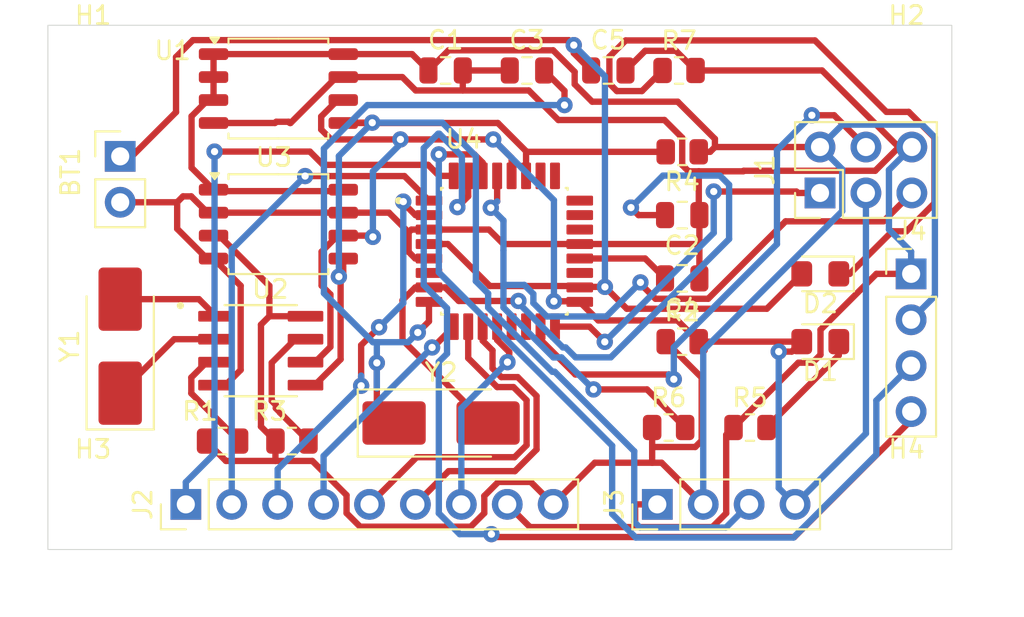
<source format=kicad_pcb>
(kicad_pcb (version 20241229) (generator "pcbnew") (generator_version "9.0")
  (title_block (title "${project_name}") (date "2025-08-07") (rev "1") (company "Motion Labs") (comment 1 "2-Layer PCB Version"))
  (layers (0 "F.Cu" mixed) (2 "B.Cu" mixed) (13 "F.Paste" user) (15 "B.Paste" user) (5 "F.SilkS" user "F.Silkscreen") (7 "B.SilkS" user "B.Silkscreen") (1 "F.Mask" user) (3 "B.Mask" user) (25 "Edge.Cuts" user))
  (property "project_name" "MCU Datalogger with memory and clock")
  (net 0 "")
  (net 1 "Net-(BT1-+)")
  (net 2 "GND")
  (net 3 "/Vcc")
  (net 4 "Net-(U4-PB6)")
  (net 5 "Net-(U4-PB7)")
  (net 6 "Net-(U4-AREF)")
  (net 7 "Net-(D1-K)")
  (net 8 "/SCK")
  (net 9 "Net-(D2-K)")
  (net 10 "/RESET")
  (net 11 "/MISO")
  (net 12 "/MOSI")
  (net 13 "/D3")
  (net 14 "/D4")
  (net 15 "/D6")
  (net 16 "/D8")
  (net 17 "/D5")
  (net 18 "/D7")
  (net 19 "/D2")
  (net 20 "/SDA")
  (net 21 "/TX")
  (net 22 "/RX")
  (net 23 "Net-(U2-~{INTA})")
  (net 24 "Net-(U2-SQW{slash}~INT)")
  (net 25 "Net-(U2-X2)")
  (net 26 "Net-(U2-X1)")
  (footprint "MountingHole:MountingHole_2.1mm" (layer "F.Cu") (at 64.5 104.5)
    (property "Reference" "H3")
    (property "Value" "MountingHole")
  )
  (footprint "Connector_PinHeader_2.54mm:PinHeader_1x09_P2.54mm_Vertical" (layer "F.Cu") (at 69.63 104.5 90)
    (property "Reference" "J2")
    (property "Value" "Conn_01x09_Pin")
  )
  (footprint "Capacitor_SMD:C_0805_2012Metric" (layer "F.Cu") (at 93 80.5)
    (property "Reference" "C5")
    (property "Value" "100mF")
  )
  (footprint "Package_SO:SOIC-8_5.3x5.3mm_P1.27mm" (layer "F.Cu") (at 74.75 81.5)
    (property "Reference" "U1")
    (property "Value" "24LC1025")
  )
  (footprint "Connector_PinHeader_2.54mm:PinHeader_1x02_P2.54mm_Vertical" (layer "F.Cu") (at 66 85.25)
    (property "Reference" "BT1")
    (property "Value" "Battery")
  )
  (footprint "LED_SMD:LED_0805_2012Metric_Pad1.15x1.40mm_HandSolder" (layer "F.Cu") (at 104.725 95.5 180)
    (property "Reference" "D1")
    (property "Value" "LED")
  )
  (footprint "Resistor_SMD:R_0805_2012Metric" (layer "F.Cu") (at 75.5 101)
    (property "Reference" "R3")
    (property "Value" "15 K")
  )
  (footprint "Resistor_SMD:R_0805_2012Metric" (layer "F.Cu") (at 97.0875 95.5)
    (property "Reference" "R2")
    (property "Value" "4.7K")
  )
  (footprint "Resistor_SMD:R_0805_2012Metric" (layer "F.Cu") (at 96.3375 100.25)
    (property "Reference" "R6")
    (property "Value" "10K")
  )
  (footprint "MountingHole:MountingHole_2.1mm" (layer "F.Cu") (at 109.5 80.5)
    (property "Reference" "H2")
    (property "Value" "MountingHole")
  )
  (footprint "Resistor_SMD:R_0805_2012Metric" (layer "F.Cu") (at 97.0875 85 180)
    (property "Reference" "R4")
    (property "Value" "4.7K")
  )
  (footprint "Capacitor_SMD:C_0805_2012Metric" (layer "F.Cu") (at 97.0875 88.5 180)
    (property "Reference" "C2")
    (property "Value" "22pF")
  )
  (footprint "Package_SO:SOIC-8_5.3x5.3mm_P1.27mm" (layer "F.Cu") (at 74.75 89)
    (property "Reference" "U3")
    (property "Value" "24LC1025")
  )
  (footprint "Footprints:SOIC127P600X175-8N" (layer "F.Cu") (at 73.775 96)
    (property "Reference" "U2")
    (property "Value" "DS1337S_")
  )
  (footprint "Crystal:Crystal_SMD_5032-2Pin_5.0x3.2mm_HandSoldering" (layer "F.Cu") (at 66 95.75 90)
    (property "Reference" "Y1")
    (property "Value" "32.768 KHZ")
  )
  (footprint "LED_SMD:LED_0805_2012Metric_Pad1.15x1.40mm_HandSolder" (layer "F.Cu") (at 104.725 91.75 180)
    (property "Reference" "D2")
    (property "Value" "LED")
  )
  (footprint "Capacitor_SMD:C_0805_2012Metric" (layer "F.Cu") (at 88.5 80.5)
    (property "Reference" "C3")
    (property "Value" "22pF")
  )
  (footprint "Resistor_SMD:R_0805_2012Metric" (layer "F.Cu") (at 96.9125 80.5)
    (property "Reference" "R7")
    (property "Value" "330")
  )
  (footprint "Footprints:QFP80P900X900X120-32N" (layer "F.Cu") (at 87.25 90.5)
    (property "Reference" "U4")
    (property "Value" "ATMEGA328P-AU")
  )
  (footprint "Capacitor_SMD:C_0805_2012Metric" (layer "F.Cu") (at 97.0875 92 180)
    (property "Reference" "C4")
    (property "Value" "0.1 µF")
  )
  (footprint "Connector_PinHeader_2.54mm:PinHeader_1x04_P2.54mm_Vertical" (layer "F.Cu") (at 109.75 91.75)
    (property "Reference" "J4")
    (property "Value" "Conn_01x04_Pin")
  )
  (footprint "Connector_PinHeader_2.54mm:PinHeader_1x04_P2.54mm_Vertical" (layer "F.Cu") (at 95.71 104.5 90)
    (property "Reference" "J3")
    (property "Value" "Conn_01x04_Pin")
  )
  (footprint "Resistor_SMD:R_0805_2012Metric" (layer "F.Cu") (at 71.6625 101)
    (property "Reference" "R1")
    (property "Value" "10 K")
  )
  (footprint "Connector_PinHeader_2.54mm:PinHeader_2x03_P2.54mm_Vertical" (layer "F.Cu") (at 104.71 87.275 90)
    (property "Reference" "J1")
    (property "Value" "Conn_02x03_Odd_Even")
  )
  (footprint "MountingHole:MountingHole_2.1mm" (layer "F.Cu") (at 64.5 80.5)
    (property "Reference" "H1")
    (property "Value" "MountingHole")
  )
  (footprint "Capacitor_SMD:C_0805_2012Metric" (layer "F.Cu") (at 84 80.5)
    (property "Reference" "C1")
    (property "Value" "0.1 µF")
  )
  (footprint "Resistor_SMD:R_0805_2012Metric" (layer "F.Cu") (at 100.8375 100.25)
    (property "Reference" "R5")
    (property "Value" "330")
  )
  (footprint "Crystal:Crystal_SMD_5032-2Pin_5.0x3.2mm_HandSoldering" (layer "F.Cu") (at 83.75 100)
    (property "Reference" "Y2")
    (property "Value" "16 Mhz")
  )
  (footprint "MountingHole:MountingHole_2.1mm" (layer "F.Cu") (at 109.5 104.5)
    (property "Reference" "H4")
    (property "Value" "MountingHole")
  )
  (gr_rect (start 62 78) (end 112 107) (stroke (width 0.05)) (fill no) (layer "Edge.Cuts"))
  (segment (start 86.4471 92.4227) (end 84.1244 90.1) (width 0.35) (layer "F.Cu") (net 1))
  (segment (start 69.088 82.804) (end 66.642 85.25) (width 0.35) (layer "F.Cu") (net 1))
  (segment (start 70.0231 78.8209) (end 69.088 79.756) (width 0.35) (layer "F.Cu") (net 1))
  (segment (start 69.088 79.756) (end 69.088 82.804) (width 0.35) (layer "F.Cu") (net 1))
  (segment (start 90.8129 78.8209) (end 70.0231 78.8209) (width 0.35) (layer "F.Cu") (net 1))
  (segment (start 91.4493 92.4707) (end 91.42 92.5) (width 0.35) (layer "F.Cu") (net 1))
  (segment (start 92.8124 92.4707) (end 91.4493 92.4707) (width 0.35) (layer "F.Cu") (net 1))
  (segment (start 103.7 91.75) (end 101.7701 93.6799) (width 0.35) (layer "F.Cu") (net 1))
  (segment (start 92.05 80.5) (end 91.0896 79.5396) (width 0.35) (layer "F.Cu") (net 1))
  (segment (start 91.42 92.5) (end 91.3427 92.4227) (width 0.35) (layer "F.Cu") (net 1))
  (segment (start 84.1244 90.1) (end 83.08 90.1) (width 0.35) (layer "F.Cu") (net 1))
  (segment (start 101.7701 93.6799) (end 94.0216 93.6799) (width 0.35) (layer "F.Cu") (net 1))
  (segment (start 91.0896 79.0976) (end 90.8129 78.8209) (width 0.35) (layer "F.Cu") (net 1))
  (segment (start 94.0216 93.6799) (end 92.8124 92.4707) (width 0.35) (layer "F.Cu") (net 1))
  (segment (start 66.642 85.25) (end 66 85.25) (width 0.35) (layer "F.Cu") (net 1))
  (segment (start 91.3427 92.4227) (end 86.4471 92.4227) (width 0.35) (layer "F.Cu") (net 1))
  (segment (start 91.0896 79.5396) (end 91.0896 79.0976) (width 0.35) (layer "F.Cu") (net 1))
  (via (at 92.8124 92.4707) (size 0.9) (drill 0.4) (layers "F.Cu" "B.Cu") (net 1))
  (via (at 91.0896 79.0976) (size 0.9) (drill 0.4) (layers "F.Cu" "B.Cu") (net 1))
  (segment (start 92.8124 80.8204) (end 92.8124 92.4707) (width 0.35) (layer "B.Cu") (net 1))
  (segment (start 91.0896 79.0976) (end 92.8124 80.8204) (width 0.35) (layer "B.Cu") (net 1))
  (segment (start 98.0375 92) (end 98.0375 90.1) (width 0.35) (layer "F.Cu") (net 2))
  (segment (start 99.925 100.25) (end 99.52 100.655) (width 0.35) (layer "F.Cu") (net 2))
  (segment (start 88.6664 105.7564) (end 87.41 104.5) (width 0.35) (layer "F.Cu") (net 2))
  (segment (start 75.3159 83.3366) (end 74.6312 83.3366) (width 0.35) (layer "F.Cu") (net 2))
  (segment (start 98.0375 90.1) (end 98.0375 88.5) (width 0.35) (layer "F.Cu") (net 2))
  (segment (start 88.5995 81.6057) (end 90.2338 83.24) (width 0.35) (layer "F.Cu") (net 2))
  (segment (start 77.9642 80.865) (end 75.4242 83.405) (width 0.35) (layer "F.Cu") (net 2))
  (segment (start 81.9547 89.4535) (end 81.9547 90.5342) (width 0.35) (layer "F.Cu") (net 2))
  (segment (start 78.3375 80.865) (end 81.6046 80.865) (width 0.35) (layer "F.Cu") (net 2))
  (segment (start 100.4598 86.0777) (end 100.4892 86.0483) (width 0.35) (layer "F.Cu") (net 2))
  (segment (start 93.95 80.5) (end 95.0379 79.4121) (width 0.35) (layer "F.Cu") (net 2))
  (segment (start 104.7366 94.8421) (end 107.8287 91.75) (width 0.35) (layer "F.Cu") (net 2))
  (segment (start 84.95 80.5) (end 87.55 80.5) (width 0.35) (layer "F.Cu") (net 2))
  (segment (start 72.6635 97.0654) (end 72.6635 92.406) (width 0.35) (layer "F.Cu") (net 2))
  (segment (start 104.8243 80.5) (end 109.0678 84.7435) (width 0.35) (layer "F.Cu") (net 2))
  (segment (start 109.4332 84.3781) (end 109.0678 84.7435) (width 0.35) (layer "F.Cu") (net 2))
  (segment (start 78.3375 80.865) (end 77.9642 80.865) (width 0.35) (layer "F.Cu") (net 2))
  (segment (start 109.79 84.735) (end 109.4332 84.3781) (width 0.35) (layer "F.Cu") (net 2))
  (segment (start 72.6635 92.406) (end 71.1625 90.905) (width 0.35) (layer "F.Cu") (net 2))
  (segment (start 69.1509 89.2569) (end 70.799 90.905) (width 0.35) (layer "F.Cu") (net 2))
  (segment (start 86.3963 89.3) (end 87.1963 90.1) (width 0.35) (layer "F.Cu") (net 2))
  (segment (start 100.4892 86.0483) (end 107.763 86.0483) (width 0.35) (layer "F.Cu") (net 2))
  (segment (start 104.7366 96.2236) (end 104.7366 94.8421) (width 0.35) (layer "F.Cu") (net 2))
  (segment (start 82.1082 89.3) (end 83.08 89.3) (width 0.35) (layer "F.Cu") (net 2))
  (segment (start 98.0045 86.0777) (end 98.0045 88.467) (width 0.35) (layer "F.Cu") (net 2))
  (segment (start 82.3205 90.9) (end 83.08 90.9) (width 0.35) (layer "F.Cu") (net 2))
  (segment (start 80.8662 88.365) (end 78.3375 88.365) (width 0.35) (layer "F.Cu") (net 2))
  (segment (start 107.763 86.0483) (end 109.0678 84.7435) (width 0.35) (layer "F.Cu") (net 2))
  (segment (start 71.1625 88.365) (end 70.8326 88.365) (width 0.35) (layer "F.Cu") (net 2))
  (segment (start 84.95 81.6057) (end 88.5995 81.6057) (width 0.35) (layer "F.Cu") (net 2))
  (segment (start 69.1509 87.7867) (end 69.1509 87.79) (width 0.35) (layer "F.Cu") (net 2))
  (segment (start 74.5628 83.405) (end 71.1625 83.405) (width 0.35) (layer "F.Cu") (net 2))
  (segment (start 75.4242 83.405) (end 75.3843 83.405) (width 0.35) (layer "F.Cu") (net 2))
  (segment (start 69.4741 87.4635) (end 69.1509 87.7867) (width 0.35) (layer "F.Cu") (net 2))
  (segment (start 96.7371 79.4121) (end 97.825 80.5) (width 0.35) (layer "F.Cu") (net 2))
  (segment (start 70.799 90.905) (end 71.1625 90.905) (width 0.35) (layer "F.Cu") (net 2))
  (segment (start 97.0875 84.2228) (end 97.0875 85.7287) (width 0.35) (layer "F.Cu") (net 2))
  (segment (start 98.0045 88.467) (end 98.0375 88.5) (width 0.35) (layer "F.Cu") (net 2))
  (segment (start 107.8287 91.75) (end 109.75 91.75) (width 0.35) (layer "F.Cu") (net 2))
  (segment (start 96.1047 83.24) (end 97.0875 84.2228) (width 0.35) (layer "F.Cu") (net 2))
  (segment (start 94.4833 105.7564) (end 88.6664 105.7564) (width 0.35) (layer "F.Cu") (net 2))
  (segment (start 71.1625 88.365) (end 78.3375 88.365) (width 0.35) (layer "F.Cu") (net 2))
  (segment (start 81.9547 89.4535) (end 80.8662 88.365) (width 0.35) (layer "F.Cu") (net 2))
  (segment (start 104.2951 96.6651) (end 104.7366 96.2236) (width 0.35) (layer "F.Cu") (net 2))
  (segment (start 81.9547 90.5342) (end 82.3205 90.9) (width 0.35) (layer "F.Cu") (net 2))
  (segment (start 84.95 80.5) (end 84.95 81.6057) (width 0.35) (layer "F.Cu") (net 2))
  (segment (start 74.6312 83.3366) (end 74.5628 83.405) (width 0.35) (layer "F.Cu") (net 2))
  (segment (start 97.4365 86.0777) (end 98.0045 86.0777) (width 0.35) (layer "F.Cu") (net 2))
  (segment (start 69.9311 87.4635) (end 69.4741 87.4635) (width 0.35) (layer "F.Cu") (net 2))
  (segment (start 81.6046 80.865) (end 82.3453 81.6057) (width 0.35) (layer "F.Cu") (net 2))
  (segment (start 98.0045 86.0777) (end 100.4598 86.0777) (width 0.35) (layer "F.Cu") (net 2))
  (segment (start 87.1963 90.1) (end 91.42 90.1) (width 0.35) (layer "F.Cu") (net 2))
  (segment (start 97.0875 85.7287) (end 97.4365 86.0777) (width 0.35) (layer "F.Cu") (net 2))
  (segment (start 99.52 104.9911) (end 98.7547 105.7564) (width 0.35) (layer "F.Cu") (net 2))
  (segment (start 75.3843 83.405) (end 75.3159 83.3366) (width 0.35) (layer "F.Cu") (net 2))
  (segment (start 69.1509 87.79) (end 66 87.79) (width 0.35) (layer "F.Cu") (net 2))
  (segment (start 90.2338 83.24) (end 96.1047 83.24) (width 0.35) (layer "F.Cu") (net 2))
  (segment (start 71.3 97.905) (end 71.8239 97.905) (width 0.35) (layer "F.Cu") (net 2))
  (segment (start 83.08 89.3) (end 86.3963 89.3) (width 0.35) (layer "F.Cu") (net 2))
  (segment (start 98.7547 105.7564) (end 94.4833 105.7564) (width 0.35) (layer "F.Cu") (net 2))
  (segment (start 99.52 100.655) (end 99.52 104.9911) (width 0.35) (layer "F.Cu") (net 2))
  (segment (start 95.71 104.5) (end 94.4833 104.5) (width 0.35) (layer "F.Cu") (net 2))
  (segment (start 94.4833 104.5) (end 94.4833 105.7564) (width 0.35) (layer "F.Cu") (net 2))
  (segment (start 81.9547 89.4535) (end 82.1082 89.3) (width 0.35) (layer "F.Cu") (net 2))
  (segment (start 91.42 90.1) (end 98.0375 90.1) (width 0.35) (layer "F.Cu") (net 2))
  (segment (start 69.1509 87.79) (end 69.1509 89.2569) (width 0.35) (layer "F.Cu") (net 2))
  (segment (start 97.825 80.5) (end 104.8243 80.5) (width 0.35) (layer "F.Cu") (net 2))
  (segment (start 71.8239 97.905) (end 72.6635 97.0654) (width 0.35) (layer "F.Cu") (net 2))
  (segment (start 103.5099 96.6651) (end 104.2951 96.6651) (width 0.35) (layer "F.Cu") (net 2))
  (segment (start 99.925 100.25) (end 103.5099 96.6651) (width 0.35) (layer "F.Cu") (net 2))
  (segment (start 70.8326 88.365) (end 69.9311 87.4635) (width 0.35) (layer "F.Cu") (net 2))
  (segment (start 95.0379 79.4121) (end 96.7371 79.4121) (width 0.35) (layer "F.Cu") (net 2))
  (segment (start 82.3453 81.6057) (end 84.95 81.6057) (width 0.35) (layer "F.Cu") (net 2))
  (segment (start 109.79 84.735) (end 108.5233 86.0017) (width 0.35) (layer "B.Cu") (net 2))
  (segment (start 108.5233 89.2966) (end 109.75 90.5233) (width 0.35) (layer "B.Cu") (net 2))
  (segment (start 109.75 91.75) (end 109.75 90.5233) (width 0.35) (layer "B.Cu") (net 2))
  (segment (start 108.5233 86.0017) (end 108.5233 89.2966) (width 0.35) (layer "B.Cu") (net 2))
  (segment (start 70.845 82.135) (end 69.9471 83.0329) (width 0.35) (layer "F.Cu") (net 3))
  (segment (start 71.1625 82.135) (end 70.845 82.135) (width 0.35) (layer "F.Cu") (net 3))
  (segment (start 95.425 101.3277) (end 95.425 102.1976) (width 0.35) (layer "F.Cu") (net 3))
  (segment (start 95.425 102.1976) (end 95.9476 102.1976) (width 0.35) (layer "F.Cu") (net 3))
  (segment (start 71.8487 102.0987) (end 74.5875 102.0987) (width 0.35) (layer "F.Cu") (net 3))
  (segment (start 91.1382 81.2589) (end 91.1382 80.5756) (width 0.35) (layer "F.Cu") (net 3))
  (segment (start 78.52 104.9866) (end 78.52 103.9901) (width 0.35) (layer "F.Cu") (net 3))
  (segment (start 74.2526 94.095) (end 73.7868 94.5608) (width 0.35) (layer "F.Cu") (net 3))
  (segment (start 98 85) (end 98.6321 85) (width 0.35) (layer "F.Cu") (net 3))
  (segment (start 76.25 94.095) (end 74.2526 94.095) (width 0.35) (layer "F.Cu") (net 3))
  (segment (start 78.52 103.9901) (end 76.6286 102.0987) (width 0.35) (layer "F.Cu") (net 3))
  (segment (start 92.2524 102.1976) (end 95.425 102.1976) (width 0.35) (layer "F.Cu") (net 3))
  (segment (start 86.14 104.0336) (end 86.14 104.9851) (width 0.35) (layer "F.Cu") (net 3))
  (segment (start 82.145 79.595) (end 83.05 80.5) (width 0.35) (layer "F.Cu") (net 3))
  (segment (start 96.175 95.5) (end 98.1629 97.4879) (width 0.35) (layer "F.Cu") (net 3))
  (segment (start 97.8078 101.3277) (end 95.425 101.3277) (width 0.35) (layer "F.Cu") (net 3))
  (segment (start 96.8389 82.227) (end 92.1063 82.227) (width 0.35) (layer "F.Cu") (net 3))
  (segment (start 71.1625 87.095) (end 71.2408 87.1733) (width 0.35) (layer "F.Cu") (net 3))
  (segment (start 89.95 104.5) (end 92.2524 102.1976) (width 0.35) (layer "F.Cu") (net 3))
  (segment (start 71.2408 87.1733) (end 78.2592 87.1733) (width 0.35) (layer "F.Cu") (net 3))
  (segment (start 74.5875 102.0987) (end 74.5875 101) (width 0.35) (layer "F.Cu") (net 3))
  (segment (start 78.3375 79.595) (end 82.145 79.595) (width 0.35) (layer "F.Cu") (net 3))
  (segment (start 74.2526 94.095) (end 74.2526 92.4114) (width 0.35) (layer "F.Cu") (net 3))
  (segment (start 98.1629 97.4879) (end 98.1629 100.9726) (width 0.35) (layer "F.Cu") (net 3))
  (segment (start 78.2592 87.1733) (end 78.3375 87.095) (width 0.35) (layer "F.Cu") (net 3))
  (segment (start 76.6286 102.0987) (end 74.5875 102.0987) (width 0.35) (layer "F.Cu") (net 3))
  (segment (start 69.9471 85.8796) (end 71.1625 87.095) (width 0.35) (layer "F.Cu") (net 3))
  (segment (start 74.2526 92.4114) (end 71.4762 89.635) (width 0.35) (layer "F.Cu") (net 3))
  (segment (start 98.8971 84.735) (end 98.8971 84.2852) (width 0.35) (layer "F.Cu") (net 3))
  (segment (start 88.7093 103.2593) (end 86.9143 103.2593) (width 0.35) (layer "F.Cu") (net 3))
  (segment (start 78.3375 79.595) (end 71.1625 79.595) (width 0.35) (layer "F.Cu") (net 3))
  (segment (start 98.6321 85) (end 98.8971 84.735) (width 0.35) (layer "F.Cu") (net 3))
  (segment (start 84.1651 79.3849) (end 83.05 80.5) (width 0.35) (layer "F.Cu") (net 3))
  (segment (start 104.71 84.735) (end 98.8971 84.735) (width 0.35) (layer "F.Cu") (net 3))
  (segment (start 85.3886 105.7365) (end 79.2699 105.7365) (width 0.35) (layer "F.Cu") (net 3))
  (segment (start 71.1625 80.865) (end 71.1625 82.135) (width 0.35) (layer "F.Cu") (net 3))
  (segment (start 95.425 100.25) (end 95.425 101.3277) (width 0.35) (layer "F.Cu") (net 3))
  (segment (start 92.1063 82.227) (end 91.1382 81.2589) (width 0.35) (layer "F.Cu") (net 3))
  (segment (start 73.7868 94.5608) (end 73.7868 100.1993) (width 0.35) (layer "F.Cu") (net 3))
  (segment (start 98.8971 84.2852) (end 96.8389 82.227) (width 0.35) (layer "F.Cu") (net 3))
  (segment (start 98.1629 100.9726) (end 97.8078 101.3277) (width 0.35) (layer "F.Cu") (net 3))
  (segment (start 89.9475 79.3849) (end 84.1651 79.3849) (width 0.35) (layer "F.Cu") (net 3))
  (segment (start 89.95 104.5) (end 88.7093 103.2593) (width 0.35) (layer "F.Cu") (net 3))
  (segment (start 86.9143 103.2593) (end 86.14 104.0336) (width 0.35) (layer "F.Cu") (net 3))
  (segment (start 70.75 101) (end 71.8487 102.0987) (width 0.35) (layer "F.Cu") (net 3))
  (segment (start 69.9471 83.0329) (end 69.9471 85.8796) (width 0.35) (layer "F.Cu") (net 3))
  (segment (start 86.14 104.9851) (end 85.3886 105.7365) (width 0.35) (layer "F.Cu") (net 3))
  (segment (start 79.2699 105.7365) (end 78.52 104.9866) (width 0.35) (layer "F.Cu") (net 3))
  (segment (start 71.4762 89.635) (end 71.1625 89.635) (width 0.35) (layer "F.Cu") (net 3))
  (segment (start 73.7868 100.1993) (end 74.5875 101) (width 0.35) (layer "F.Cu") (net 3))
  (segment (start 95.9476 102.1976) (end 98.25 104.5) (width 0.35) (layer "F.Cu") (net 3))
  (segment (start 71.1625 79.595) (end 71.1625 80.865) (width 0.35) (layer "F.Cu") (net 3))
  (segment (start 91.1382 80.5756) (end 89.9475 79.3849) (width 0.35) (layer "F.Cu") (net 3))
  (segment (start 104.71 84.735) (end 105.9491 83.4959) (width 0.35) (layer "B.Cu") (net 3))
  (segment (start 105.9491 83.4959) (end 110.3606 83.4959) (width 0.35) (layer "B.Cu") (net 3))
  (segment (start 110.3606 83.4959) (end 111.0643 84.1996) (width 0.35) (layer "B.Cu") (net 3))
  (segment (start 111.0643 92.9757) (end 109.75 94.29) (width 0.35) (layer "B.Cu") (net 3))
  (segment (start 105.9367 85.9617) (end 104.71 84.735) (width 0.35) (layer "B.Cu") (net 3))
  (segment (start 98.25 95.9678) (end 105.9367 88.2811) (width 0.35) (layer "B.Cu") (net 3))
  (segment (start 105.9367 88.2811) (end 105.9367 85.9617) (width 0.35) (layer "B.Cu") (net 3))
  (segment (start 111.0643 84.1996) (end 111.0643 92.9757) (width 0.35) (layer "B.Cu") (net 3))
  (segment (start 98.25 104.5) (end 98.25 95.9678) (width 0.35) (layer "B.Cu") (net 3))
  (segment (start 94.6677 88.5) (end 94.253 88.0853) (width 0.35) (layer "F.Cu") (net 4))
  (segment (start 83.9758 92.5) (end 84.7252 93.2494) (width 0.35) (layer "F.Cu") (net 4))
  (segment (start 96.1375 88.5) (end 94.6677 88.5) (width 0.35) (layer "F.Cu") (net 4))
  (segment (start 86.2092 100) (end 81.615 95.4058) (width 0.35) (layer "F.Cu") (net 4))
  (segment (start 81.615 93.2089) (end 82.3239 92.5) (width 0.35) (layer "F.Cu") (net 4))
  (segment (start 86.35 100) (end 86.2092 100) (width 0.35) (layer "F.Cu") (net 4))
  (segment (start 84.7252 93.2494) (end 88.0276 93.2494) (width 0.35) (layer "F.Cu") (net 4))
  (segment (start 82.3239 92.5) (end 83.08 92.5) (width 0.35) (layer "F.Cu") (net 4))
  (segment (start 81.615 95.4058) (end 81.615 93.2089) (width 0.35) (layer "F.Cu") (net 4))
  (segment (start 83.08 92.5) (end 83.9758 92.5) (width 0.35) (layer "F.Cu") (net 4))
  (via (at 88.0276 93.2494) (size 0.9) (drill 0.4) (layers "F.Cu" "B.Cu") (net 4))
  (via (at 94.253 88.0853) (size 0.9) (drill 0.4) (layers "F.Cu" "B.Cu") (net 4))
  (segment (start 90.4883 95.8209) (end 88.0276 93.3602) (width 0.35) (layer "B.Cu") (net 4))
  (segment (start 99.6806 86.8222) (end 99.6806 89.8224) (width 0.35) (layer "B.Cu") (net 4))
  (segment (start 99.1737 86.3153) (end 99.6806 86.8222) (width 0.35) (layer "B.Cu") (net 4))
  (segment (start 99.6806 89.8224) (end 93.1356 96.3674) (width 0.35) (layer "B.Cu") (net 4))
  (segment (start 88.0276 93.3602) (end 88.0276 93.2494) (width 0.35) (layer "B.Cu") (net 4))
  (segment (start 91.1861 96.3674) (end 90.6396 95.8209) (width 0.35) (layer "B.Cu") (net 4))
  (segment (start 93.1356 96.3674) (end 91.1861 96.3674) (width 0.35) (layer "B.Cu") (net 4))
  (segment (start 90.6396 95.8209) (end 90.4883 95.8209) (width 0.35) (layer "B.Cu") (net 4))
  (segment (start 94.253 88.0853) (end 96.023 86.3153) (width 0.35) (layer "B.Cu") (net 4))
  (segment (start 96.023 86.3153) (end 99.1737 86.3153) (width 0.35) (layer "B.Cu") (net 4))
  (segment (start 80.1958 96.6728) (end 80.1958 98.0818) (width 0.35) (layer "F.Cu") (net 5))
  (segment (start 80.1958 98.0818) (end 80.1958 96.6728) (width 0.35) (layer "F.Cu") (net 5))
  (segment (start 80.1958 99.0458) (end 81.15 100) (width 0.35) (layer "F.Cu") (net 5))
  (segment (start 80.1958 96.6728) (end 80.1958 99.0458) (width 0.35) (layer "F.Cu") (net 5))
  (segment (start 83.08 94.376) (end 83.08 93.3) (width 0.35) (layer "F.Cu") (net 5))
  (segment (start 82.7459 94.7101) (end 82.4609 94.9951) (width 0.35) (layer "F.Cu") (net 5))
  (segment (start 89.45 80.5) (end 90.5761 81.6261) (width 0.35) (layer "F.Cu") (net 5))
  (segment (start 82.4609 94.9951) (end 83.08 94.376) (width 0.35) (layer "F.Cu") (net 5))
  (segment (start 90.5761 81.6261) (end 90.5761 82.4133) (width 0.35) (layer "F.Cu") (net 5))
  (segment (start 82.4609 94.9951) (end 82.7459 94.7101) (width 0.35) (layer "F.Cu") (net 5))
  (via (at 80.1958 96.6728) (size 0.9) (drill 0.4) (layers "F.Cu" "B.Cu") (net 5))
  (via (at 82.4609 94.9951) (size 0.9) (drill 0.4) (layers "F.Cu" "B.Cu") (net 5))
  (via (at 90.5761 82.4133) (size 0.9) (drill 0.4) (layers "F.Cu" "B.Cu") (net 5))
  (segment (start 80.1958 98.0818) (end 80.1958 96.6728) (width 0.35) (layer "B.Cu") (net 5))
  (segment (start 82.4609 94.9951) (end 82.7459 94.7101) (width 0.35) (layer "B.Cu") (net 5))
  (segment (start 82.7459 94.7101) (end 82.4609 94.9951) (width 0.35) (layer "B.Cu") (net 5))
  (segment (start 79.9773 95.5295) (end 80.1958 95.5295) (width 0.35) (layer "B.Cu") (net 5))
  (segment (start 77.2701 84.8192) (end 77.2701 92.8223) (width 0.35) (layer "B.Cu") (net 5))
  (segment (start 80.1958 96.6728) (end 80.1958 95.5295) (width 0.35) (layer "B.Cu") (net 5))
  (segment (start 81.9265 95.5295) (end 82.4609 94.9951) (width 0.35) (layer "B.Cu") (net 5))
  (segment (start 90.5761 82.4133) (end 79.676 82.4133) (width 0.35) (layer "B.Cu") (net 5))
  (segment (start 79.676 82.4133) (end 77.2701 84.8192) (width 0.35) (layer "B.Cu") (net 5))
  (segment (start 80.1958 96.6728) (end 80.1958 98.0818) (width 0.35) (layer "B.Cu") (net 5))
  (segment (start 80.1958 95.5295) (end 81.9265 95.5295) (width 0.35) (layer "B.Cu") (net 5))
  (segment (start 77.2701 92.8223) (end 79.9773 95.5295) (width 0.35) (layer "B.Cu") (net 5))
  (segment (start 95.0375 90.9) (end 91.42 90.9) (width 0.35) (layer "F.Cu") (net 6))
  (segment (start 96.1375 92) (end 95.0375 90.9) (width 0.35) (layer "F.Cu") (net 6))
  (segment (start 101.75 100.25) (end 105.75 96.25) (width 0.35) (layer "F.Cu") (net 7))
  (segment (start 105.75 96.25) (end 105.75 95.5) (width 0.35) (layer "F.Cu") (net 7))
  (segment (start 96.8269 94.3269) (end 92.4469 94.3269) (width 0.35) (layer "F.Cu") (net 8))
  (segment (start 77.1175 83.0466) (end 78.0291 82.135) (width 0.35) (layer "F.Cu") (net 8))
  (segment (start 89.992 93.2664) (end 89.9919 93.2664) (width 0.35) (layer "F.Cu") (net 8))
  (segment (start 103.7 95.5) (end 98 95.5) (width 0.35) (layer "F.Cu") (net 8))
  (segment (start 87.65 85.3339) (end 86.6328 84.3167) (width 0.35) (layer "F.Cu") (net 8))
  (segment (start 78.0291 82.135) (end 78.3375 82.135) (width 0.35) (layer "F.Cu") (net 8))
  (segment (start 78.0287 89.635) (end 78.3375 89.635) (width 0.35) (layer "F.Cu") (net 8))
  (segment (start 86.6328 84.3167) (end 86.6306 84.3145) (width 0.35) (layer "F.Cu") (net 8))
  (segment (start 77.6288 95.7871) (end 77.6288 92.8877) (width 0.35) (layer "F.Cu") (net 8))
  (segment (start 76.7809 96.635) (end 77.6288 95.7871) (width 0.35) (layer "F.Cu") (net 8))
  (segment (start 89.9919 93.2664) (end 89.992 93.2664) (width 0.35) (layer "F.Cu") (net 8))
  (segment (start 92.4469 94.3269) (end 91.42 93.3) (width 0.35) (layer "F.Cu") (net 8))
  (segment (start 77.1175 83.7655) (end 77.1175 83.0466) (width 0.35) (layer "F.Cu") (net 8))
  (segment (start 78.3375 89.635) (end 79.907 89.635) (width 0.35) (layer "F.Cu") (net 8))
  (segment (start 87.65 86.33) (end 87.65 85.3339) (width 0.35) (layer "F.Cu") (net 8))
  (segment (start 91.3864 93.2664) (end 91.42 93.3) (width 0.35) (layer "F.Cu") (net 8))
  (segment (start 76.25 96.635) (end 76.7809 96.635) (width 0.35) (layer "F.Cu") (net 8))
  (segment (start 98 95.5) (end 96.8269 94.3269) (width 0.35) (layer "F.Cu") (net 8))
  (segment (start 77.6288 92.8877) (end 77.1382 92.3971) (width 0.35) (layer "F.Cu") (net 8))
  (segment (start 103.1487 96.0513) (end 103.7 95.5) (width 0.35) (layer "F.Cu") (net 8))
  (segment (start 81.5009 84.5633) (end 81.5009 84.3145) (width 0.35) (layer "F.Cu") (net 8))
  (segment (start 77.1382 90.5255) (end 78.0287 89.635) (width 0.35) (layer "F.Cu") (net 8))
  (segment (start 81.5009 84.5633) (end 81.5009 84.3145) (width 0.35) (layer "F.Cu") (net 8))
  (segment (start 77.1382 92.3971) (end 77.1382 90.5255) (width 0.35) (layer "F.Cu") (net 8))
  (segment (start 89.992 93.2664) (end 91.3864 93.2664) (width 0.35) (layer "F.Cu") (net 8))
  (segment (start 79.9779 89.7059) (end 79.907 89.635) (width 0.35) (layer "F.Cu") (net 8))
  (segment (start 79.907 89.635) (end 79.9779 89.7059) (width 0.35) (layer "F.Cu") (net 8))
  (segment (start 81.5009 84.3145) (end 77.6665 84.3145) (width 0.35) (layer "F.Cu") (net 8))
  (segment (start 102.4266 96.0513) (end 103.1487 96.0513) (width 0.35) (layer "F.Cu") (net 8))
  (segment (start 77.6665 84.3145) (end 77.1175 83.7655) (width 0.35) (layer "F.Cu") (net 8))
  (segment (start 79.907 89.635) (end 79.9779 89.7059) (width 0.35) (layer "F.Cu") (net 8))
  (segment (start 86.6306 84.3145) (end 81.5009 84.3145) (width 0.35) (layer "F.Cu") (net 8))
  (via (at 81.5009 84.3145) (size 0.9) (drill 0.4) (layers "F.Cu" "B.Cu") (net 8))
  (via (at 102.4266 96.0513) (size 0.9) (drill 0.4) (layers "F.Cu" "B.Cu") (net 8))
  (via (at 86.6328 84.3167) (size 0.9) (drill 0.4) (layers "F.Cu" "B.Cu") (net 8))
  (via (at 89.992 93.2664) (size 0.9) (drill 0.4) (layers "F.Cu" "B.Cu") (net 8))
  (via (at 79.9779 89.7059) (size 0.9) (drill 0.4) (layers "F.Cu" "B.Cu") (net 8))
  (segment (start 79.9779 89.7059) (end 79.9779 86.0863) (width 0.35) (layer "B.Cu") (net 8))
  (segment (start 81.5009 84.5633) (end 81.5009 84.3145) (width 0.35) (layer "B.Cu") (net 8))
  (segment (start 103.33 104.5) (end 102.4266 103.5966) (width 0.35) (layer "B.Cu") (net 8))
  (segment (start 107.25 100.58) (end 107.25 87.275) (width 0.35) (layer "B.Cu") (net 8))
  (segment (start 89.9919 93.2664) (end 89.992 93.2664) (width 0.35) (layer "B.Cu") (net 8))
  (segment (start 89.9919 93.2664) (end 89.992 93.2664) (width 0.35) (layer "B.Cu") (net 8))
  (segment (start 79.9779 86.0863) (end 81.5009 84.5633) (width 0.35) (layer "B.Cu") (net 8))
  (segment (start 89.9919 87.6758) (end 89.9919 93.2664) (width 0.35) (layer "B.Cu") (net 8))
  (segment (start 103.33 104.5) (end 107.25 100.58) (width 0.35) (layer "B.Cu") (net 8))
  (segment (start 79.9779 89.7059) (end 79.907 89.635) (width 0.35) (layer "B.Cu") (net 8))
  (segment (start 102.4266 103.5966) (end 102.4266 96.0513) (width 0.35) (layer "B.Cu") (net 8))
  (segment (start 79.907 89.635) (end 79.9779 89.7059) (width 0.35) (layer "B.Cu") (net 8))
  (segment (start 86.6328 84.3167) (end 89.9919 87.6758) (width 0.35) (layer "B.Cu") (net 8))
  (segment (start 89.992 93.2664) (end 89.9919 93.2664) (width 0.35) (layer "B.Cu") (net 8))
  (segment (start 93.0592 79.7386) (end 93.0592 81.2249) (width 0.35) (layer "F.Cu") (net 9))
  (segment (start 108.7052 89.3951) (end 109.4881 89.3951) (width 0.35) (layer "F.Cu") (net 9))
  (segment (start 94.861 81.639) (end 96 80.5) (width 0.35) (layer "F.Cu") (net 9))
  (segment (start 104.43 78.8385) (end 93.9593 78.8385) (width 0.35) (layer "F.Cu") (net 9))
  (segment (start 93.9593 78.8385) (end 93.0592 79.7386) (width 0.35) (layer "F.Cu") (net 9))
  (segment (start 111.0363 87.8469) (end 111.0363 84.2106) (width 0.35) (layer "F.Cu") (net 9))
  (segment (start 105.75 91.75) (end 106.3503 91.75) (width 0.35) (layer "F.Cu") (net 9))
  (segment (start 109.6164 82.7907) (end 108.3822 82.7907) (width 0.35) (layer "F.Cu") (net 9))
  (segment (start 109.4881 89.3951) (end 111.0363 87.8469) (width 0.35) (layer "F.Cu") (net 9))
  (segment (start 111.0363 84.2106) (end 109.6164 82.7907) (width 0.35) (layer "F.Cu") (net 9))
  (segment (start 93.4733 81.639) (end 94.861 81.639) (width 0.35) (layer "F.Cu") (net 9))
  (segment (start 108.3822 82.7907) (end 104.43 78.8385) (width 0.35) (layer "F.Cu") (net 9))
  (segment (start 93.0592 81.2249) (end 93.4733 81.639) (width 0.35) (layer "F.Cu") (net 9))
  (segment (start 106.3503 91.75) (end 108.7052 89.3951) (width 0.35) (layer "F.Cu") (net 9))
  (segment (start 86.85 87.7444) (end 86.4993 88.0951) (width 0.35) (layer "F.Cu") (net 10))
  (segment (start 94.7774 92.2229) (end 94.7774 92.2972) (width 0.35) (layer "F.Cu") (net 10))
  (segment (start 95.6084 93.1282) (end 98.5219 93.1282) (width 0.35) (layer "F.Cu") (net 10))
  (segment (start 95.143 98.143) (end 92.1815 98.143) (width 0.35) (layer "F.Cu") (net 10))
  (segment (start 102.8052 88.8449) (end 108.2201 88.8449) (width 0.35) (layer "F.Cu") (net 10))
  (segment (start 94.7774 92.2972) (end 95.6084 93.1282) (width 0.35) (layer "F.Cu") (net 10))
  (segment (start 108.2201 88.8449) (end 109.79 87.275) (width 0.35) (layer "F.Cu") (net 10))
  (segment (start 86.4993 88.0951) (end 86.85 87.7444) (width 0.35) (layer "F.Cu") (net 10))
  (segment (start 97.25 100.25) (end 95.143 98.143) (width 0.35) (layer "F.Cu") (net 10))
  (segment (start 94.7774 92.2229) (end 94.7774 92.2972) (width 0.35) (layer "F.Cu") (net 10))
  (segment (start 94.7774 92.2972) (end 94.7774 92.2229) (width 0.35) (layer "F.Cu") (net 10))
  (segment (start 86.85 87.7444) (end 86.85 86.33) (width 0.35) (layer "F.Cu") (net 10))
  (segment (start 98.5219 93.1282) (end 102.8052 88.8449) (width 0.35) (layer "F.Cu") (net 10))
  (segment (start 86.4993 88.0951) (end 86.85 87.7444) (width 0.35) (layer "F.Cu") (net 10))
  (via (at 94.7774 92.2229) (size 0.9) (drill 0.4) (layers "F.Cu" "B.Cu") (net 10))
  (via (at 92.1815 98.143) (size 0.9) (drill 0.4) (layers "F.Cu" "B.Cu") (net 10))
  (via (at 86.4993 88.0951) (size 0.9) (drill 0.4) (layers "F.Cu" "B.Cu") (net 10))
  (segment (start 86.4993 88.0951) (end 86.85 87.7444) (width 0.35) (layer "B.Cu") (net 10))
  (segment (start 86.85 87.7444) (end 86.4993 88.0951) (width 0.35) (layer "B.Cu") (net 10))
  (segment (start 89.596 94.1065) (end 92.8938 94.1065) (width 0.35) (layer "B.Cu") (net 10))
  (segment (start 89.9621 96.3726) (end 87.1996 93.6101) (width 0.35) (layer "B.Cu") (net 10))
  (segment (start 87.1996 93.6101) (end 87.1996 92.3629) (width 0.35) (layer "B.Cu") (net 10))
  (segment (start 88.3534 92.3629) (end 88.8543 92.8638) (width 0.35) (layer "B.Cu") (net 10))
  (segment (start 87.1996 88.7954) (end 86.4993 88.0951) (width 0.35) (layer "B.Cu") (net 10))
  (segment (start 87.1996 88.8678) (end 87.1996 88.7954) (width 0.35) (layer "B.Cu") (net 10))
  (segment (start 87.1996 92.3629) (end 87.1996 90.4501) (width 0.35) (layer "B.Cu") (net 10))
  (segment (start 88.8543 93.3648) (end 89.596 94.1065) (width 0.35) (layer "B.Cu") (net 10))
  (segment (start 88.8543 92.8638) (end 88.8543 93.3648) (width 0.35) (layer "B.Cu") (net 10))
  (segment (start 87.1996 90.4501) (end 87.1996 88.8678) (width 0.35) (layer "B.Cu") (net 10))
  (segment (start 92.1815 98.143) (end 90.4111 96.3726) (width 0.35) (layer "B.Cu") (net 10))
  (segment (start 90.4111 96.3726) (end 89.9621 96.3726) (width 0.35) (layer "B.Cu") (net 10))
  (segment (start 92.8938 94.1065) (end 94.7774 92.2229) (width 0.35) (layer "B.Cu") (net 10))
  (segment (start 87.1996 92.3629) (end 88.3534 92.3629) (width 0.35) (layer "B.Cu") (net 10))
  (segment (start 104.71 87.275) (end 103.4833 87.275) (width 0.35) (layer "F.Cu") (net 11))
  (segment (start 92.8038 95.5117) (end 92.8039 95.5117) (width 0.35) (layer "F.Cu") (net 11))
  (segment (start 91.9621 94.67) (end 92.6414 95.3493) (width 0.35) (layer "F.Cu") (net 11))
  (segment (start 103.4833 87.275) (end 103.4039 87.1956) (width 0.35) (layer "F.Cu") (net 11))
  (segment (start 90.05 94.67) (end 91.9621 94.67) (width 0.35) (layer "F.Cu") (net 11))
  (segment (start 92.6414 95.3493) (end 92.8038 95.5117) (width 0.35) (layer "F.Cu") (net 11))
  (segment (start 103.4039 87.1956) (end 98.8312 87.1956) (width 0.35) (layer "F.Cu") (net 11))
  (via (at 92.8039 95.5117) (size 0.9) (drill 0.4) (layers "F.Cu" "B.Cu") (net 11))
  (via (at 98.8312 87.1956) (size 0.9) (drill 0.4) (layers "F.Cu" "B.Cu") (net 11))
  (segment (start 98.8312 89.4844) (end 92.8039 95.5117) (width 0.35) (layer "B.Cu") (net 11))
  (segment (start 98.8312 87.1956) (end 98.8312 89.4844) (width 0.35) (layer "B.Cu") (net 11))
  (segment (start 96.622 97.5808) (end 96.3575 97.3163) (width 0.35) (layer "F.Cu") (net 12))
  (segment (start 89.25 95.3911) (end 89.25 94.67) (width 0.35) (layer "F.Cu") (net 12))
  (segment (start 91.1752 97.3163) (end 89.25 95.3911) (width 0.35) (layer "F.Cu") (net 12))
  (segment (start 105.493 82.978) (end 107.25 84.735) (width 0.35) (layer "F.Cu") (net 12))
  (segment (start 96.3575 97.3163) (end 91.1752 97.3163) (width 0.35) (layer "F.Cu") (net 12))
  (segment (start 104.2583 82.978) (end 105.493 82.978) (width 0.35) (layer "F.Cu") (net 12))
  (segment (start 96.3575 97.3163) (end 96.622 97.5808) (width 0.35) (layer "F.Cu") (net 12))
  (segment (start 96.622 97.5808) (end 96.3575 97.3163) (width 0.35) (layer "F.Cu") (net 12))
  (via (at 96.622 97.5808) (size 0.9) (drill 0.4) (layers "F.Cu" "B.Cu") (net 12))
  (via (at 104.2583 82.978) (size 0.9) (drill 0.4) (layers "F.Cu" "B.Cu") (net 12))
  (segment (start 96.622 97.5808) (end 96.622 95.812) (width 0.35) (layer "B.Cu") (net 12))
  (segment (start 102.3286 84.9077) (end 104.2583 82.978) (width 0.35) (layer "B.Cu") (net 12))
  (segment (start 96.622 97.5808) (end 96.3575 97.3163) (width 0.35) (layer "B.Cu") (net 12))
  (segment (start 96.622 95.812) (end 102.3286 90.1054) (width 0.35) (layer "B.Cu") (net 12))
  (segment (start 96.3575 97.3163) (end 96.622 97.5808) (width 0.35) (layer "B.Cu") (net 12))
  (segment (start 102.3286 90.1054) (end 102.3286 84.9077) (width 0.35) (layer "B.Cu") (net 12))
  (segment (start 81.7201 86.3401) (end 83.08 87.7) (width 0.35) (layer "F.Cu") (net 13))
  (segment (start 76.2284 86.3401) (end 81.7201 86.3401) (width 0.35) (layer "F.Cu") (net 13))
  (via (at 76.2284 86.3401) (size 0.9) (drill 0.4) (layers "F.Cu" "B.Cu") (net 13))
  (segment (start 72.17 104.5) (end 72.17 90.3985) (width 0.35) (layer "B.Cu") (net 13))
  (segment (start 72.17 90.3985) (end 76.2284 86.3401) (width 0.35) (layer "B.Cu") (net 13))
  (segment (start 81.6589 87.8276) (end 81.6589 87.7527) (width 0.35) (layer "F.Cu") (net 14))
  (segment (start 81.6589 87.7527) (end 81.6589 87.8276) (width 0.35) (layer "F.Cu") (net 14))
  (segment (start 79.3272 95.6952) (end 80.3196 94.7028) (width 0.35) (layer "F.Cu") (net 14))
  (segment (start 81.6589 87.8276) (end 82.3313 88.5) (width 0.35) (layer "F.Cu") (net 14))
  (segment (start 79.3272 97.3787) (end 79.3272 97.9399) (width 0.35) (layer "F.Cu") (net 14))
  (segment (start 79.3272 97.9399) (end 79.3272 97.3787) (width 0.35) (layer "F.Cu") (net 14))
  (segment (start 81.6589 87.7527) (end 81.6589 87.8276) (width 0.35) (layer "F.Cu") (net 14))
  (segment (start 82.3313 88.5) (end 83.08 88.5) (width 0.35) (layer "F.Cu") (net 14))
  (segment (start 79.3272 97.9399) (end 79.3272 95.6952) (width 0.35) (layer "F.Cu") (net 14))
  (via (at 79.3272 97.9399) (size 0.9) (drill 0.4) (layers "F.Cu" "B.Cu") (net 14))
  (via (at 81.6589 87.7527) (size 0.9) (drill 0.4) (layers "F.Cu" "B.Cu") (net 14))
  (via (at 80.3196 94.7028) (size 0.9) (drill 0.4) (layers "F.Cu" "B.Cu") (net 14))
  (segment (start 81.6589 87.7527) (end 81.6589 87.8276) (width 0.35) (layer "B.Cu") (net 14))
  (segment (start 81.6589 93.3635) (end 81.6589 87.7527) (width 0.35) (layer "B.Cu") (net 14))
  (segment (start 74.71 102.5571) (end 79.3272 97.9399) (width 0.35) (layer "B.Cu") (net 14))
  (segment (start 74.71 104.5) (end 74.71 102.5571) (width 0.35) (layer "B.Cu") (net 14))
  (segment (start 81.6589 87.8276) (end 81.6589 87.7527) (width 0.35) (layer "B.Cu") (net 14))
  (segment (start 79.3272 97.3787) (end 79.3272 97.9399) (width 0.35) (layer "B.Cu") (net 14))
  (segment (start 80.3196 94.7028) (end 81.6589 93.3635) (width 0.35) (layer "B.Cu") (net 14))
  (segment (start 79.3272 97.9399) (end 79.3272 97.3787) (width 0.35) (layer "B.Cu") (net 14))
  (segment (start 87.816 101.8911) (end 82.3989 101.8911) (width 0.35) (layer "F.Cu") (net 15))
  (segment (start 82.3989 101.8911) (end 79.79 104.5) (width 0.35) (layer "F.Cu") (net 15))
  (segment (start 88.4793 98.7386) (end 88.4793 101.2278) (width 0.35) (layer "F.Cu") (net 15))
  (segment (start 87.7533 98.0126) (end 88.4793 98.7386) (width 0.35) (layer "F.Cu") (net 15))
  (segment (start 88.4793 101.2278) (end 87.816 101.8911) (width 0.35) (layer "F.Cu") (net 15))
  (segment (start 86.8508 98.0126) (end 87.7533 98.0126) (width 0.35) (layer "F.Cu") (net 15))
  (segment (start 85.25 94.67) (end 85.25 96.4118) (width 0.35) (layer "F.Cu") (net 15))
  (segment (start 85.25 96.4118) (end 86.8508 98.0126) (width 0.35) (layer "F.Cu") (net 15))
  (segment (start 87.5193 96.5365) (end 87.4216 96.6342) (width 0.35) (layer "F.Cu") (net 16))
  (segment (start 86.85 94.67) (end 86.85 95.4068) (width 0.35) (layer "F.Cu") (net 16))
  (segment (start 86.85 95.4068) (end 87.5193 96.0761) (width 0.35) (layer "F.Cu") (net 16))
  (segment (start 87.5193 96.0761) (end 87.5193 96.5365) (width 0.35) (layer "F.Cu") (net 16))
  (via (at 87.4216 96.6342) (size 0.9) (drill 0.4) (layers "F.Cu" "B.Cu") (net 16))
  (segment (start 84.87 104.5) (end 84.87 99.1858) (width 0.35) (layer "B.Cu") (net 16))
  (segment (start 84.87 99.1858) (end 87.5193 96.5365) (width 0.35) (layer "B.Cu") (net 16))
  (segment (start 87.5193 96.5365) (end 87.4216 96.6342) (width 0.35) (layer "B.Cu") (net 16))
  (segment (start 83.2983 95.8217) (end 84.45 94.67) (width 0.35) (layer "F.Cu") (net 17))
  (segment (start 83.2513 95.8217) (end 83.2983 95.8217) (width 0.35) (layer "F.Cu") (net 17))
  (via (at 83.2513 95.8217) (size 0.9) (drill 0.4) (layers "F.Cu" "B.Cu") (net 17))
  (segment (start 77.25 104.5) (end 77.25 101.823) (width 0.35) (layer "B.Cu") (net 17))
  (segment (start 77.25 101.823) (end 83.2513 95.8217) (width 0.35) (layer "B.Cu") (net 17))
  (segment (start 89.031 101.4654) (end 87.8336 102.6628) (width 0.35) (layer "F.Cu") (net 18))
  (segment (start 87.9868 97.4609) (end 89.031 98.5051) (width 0.35) (layer "F.Cu") (net 18))
  (segment (start 89.031 98.5051) (end 89.031 101.4654) (width 0.35) (layer "F.Cu") (net 18))
  (segment (start 86.5949 95.988) (end 86.5949 96.9765) (width 0.35) (layer "F.Cu") (net 18))
  (segment (start 87.0793 97.4609) (end 87.9868 97.4609) (width 0.35) (layer "F.Cu") (net 18))
  (segment (start 86.05 94.67) (end 86.05 95.4431) (width 0.35) (layer "F.Cu") (net 18))
  (segment (start 86.05 95.4431) (end 86.5949 95.988) (width 0.35) (layer "F.Cu") (net 18))
  (segment (start 86.5949 96.9765) (end 87.0793 97.4609) (width 0.35) (layer "F.Cu") (net 18))
  (segment (start 84.1672 102.6628) (end 82.33 104.5) (width 0.35) (layer "F.Cu") (net 18))
  (segment (start 87.8336 102.6628) (end 84.1672 102.6628) (width 0.35) (layer "F.Cu") (net 18))
  (segment (start 83.0345 85.7217) (end 83.6428 86.33) (width 0.35) (layer "F.Cu") (net 19))
  (segment (start 83.6428 86.33) (end 84.45 86.33) (width 0.35) (layer "F.Cu") (net 19))
  (segment (start 71.2188 84.9865) (end 76.4915 84.9865) (width 0.35) (layer "F.Cu") (net 19))
  (segment (start 76.4915 84.9865) (end 77.2267 85.7217) (width 0.35) (layer "F.Cu") (net 19))
  (segment (start 77.2267 85.7217) (end 83.0345 85.7217) (width 0.35) (layer "F.Cu") (net 19))
  (via (at 71.2188 84.9865) (size 0.9) (drill 0.4) (layers "F.Cu" "B.Cu") (net 19))
  (segment (start 71.2188 101.6845) (end 69.63 103.2733) (width 0.35) (layer "B.Cu") (net 19))
  (segment (start 69.63 104.5) (end 69.63 103.2733) (width 0.35) (layer "B.Cu") (net 19))
  (segment (start 71.2188 84.9865) (end 71.2188 101.6845) (width 0.35) (layer "B.Cu") (net 19))
  (segment (start 78.1921 96.4768) (end 78.1921 91.9042) (width 0.35) (layer "F.Cu") (net 20))
  (segment (start 86.8902 83.405) (end 78.3375 83.405) (width 0.35) (layer "F.Cu") (net 20))
  (segment (start 88.45 85) (end 88.45 84.9648) (width 0.35) (layer "F.Cu") (net 20))
  (segment (start 78.3375 91.7588) (end 78.1921 91.9042) (width 0.35) (layer "F.Cu") (net 20))
  (segment (start 76.7639 97.905) (end 78.1921 96.4768) (width 0.35) (layer "F.Cu") (net 20))
  (segment (start 78.1921 91.9042) (end 78.0988 91.9042) (width 0.35) (layer "F.Cu") (net 20))
  (segment (start 78.3375 83.405) (end 78.3551 83.3874) (width 0.35) (layer "F.Cu") (net 20))
  (segment (start 88.45 86.33) (end 88.45 85) (width 0.35) (layer "F.Cu") (net 20))
  (segment (start 78.0988 91.9042) (end 78.0973 91.9027) (width 0.35) (layer "F.Cu") (net 20))
  (segment (start 88.45 85) (end 96.175 85) (width 0.35) (layer "F.Cu") (net 20))
  (segment (start 88.45 84.9648) (end 86.8902 83.405) (width 0.35) (layer "F.Cu") (net 20))
  (segment (start 76.25 97.905) (end 76.7639 97.905) (width 0.35) (layer "F.Cu") (net 20))
  (segment (start 78.3375 90.905) (end 78.3375 91.7588) (width 0.35) (layer "F.Cu") (net 20))
  (segment (start 78.3551 83.3874) (end 79.9427 83.3874) (width 0.35) (layer "F.Cu") (net 20))
  (via (at 78.0973 91.9027) (size 0.9) (drill 0.4) (layers "F.Cu" "B.Cu") (net 20))
  (via (at 79.9427 83.3874) (size 0.9) (drill 0.4) (layers "F.Cu" "B.Cu") (net 20))
  (segment (start 94.4333 101.5637) (end 94.4333 105.4691) (width 0.35) (layer "B.Cu") (net 20))
  (segment (start 79.9427 83.3874) (end 83.8235 83.3874) (width 0.35) (layer "B.Cu") (net 20))
  (segment (start 94.4333 105.4691) (end 94.7485 105.7843) (width 0.35) (layer "B.Cu") (net 20))
  (segment (start 94.4332 101.5637) (end 94.4333 101.5637) (width 0.35) (layer "B.Cu") (net 20))
  (segment (start 78.0973 85.2328) (end 78.0973 91.9027) (width 0.35) (layer "B.Cu") (net 20))
  (segment (start 86.3524 92.8353) (end 86.3524 93.6155) (width 0.35) (layer "B.Cu") (net 20))
  (segment (start 99.5057 105.7843) (end 100.79 104.5) (width 0.35) (layer "B.Cu") (net 20))
  (segment (start 94.7485 105.7843) (end 99.5057 105.7843) (width 0.35) (layer "B.Cu") (net 20))
  (segment (start 89.9029 97.166) (end 90.0355 97.166) (width 0.35) (layer "B.Cu") (net 20))
  (segment (start 83.8235 83.3874) (end 85.6726 85.2365) (width 0.35) (layer "B.Cu") (net 20))
  (segment (start 90.0355 97.166) (end 94.4332 101.5637) (width 0.35) (layer "B.Cu") (net 20))
  (segment (start 85.6726 85.2365) (end 85.6726 92.1555) (width 0.35) (layer "B.Cu") (net 20))
  (segment (start 79.9427 83.3874) (end 78.0973 85.2328) (width 0.35) (layer "B.Cu") (net 20))
  (segment (start 85.6726 92.1555) (end 86.3524 92.8353) (width 0.35) (layer "B.Cu") (net 20))
  (segment (start 86.3524 93.6155) (end 89.9029 97.166) (width 0.35) (layer "B.Cu") (net 20))
  (segment (start 109.75 99.8469) (end 103.2888 106.3081) (width 0.35) (layer "F.Cu") (net 21))
  (segment (start 86.6946 106.3081) (end 86.534 106.1475) (width 0.35) (layer "F.Cu") (net 21))
  (segment (start 85.25 86.33) (end 85.25 87.4588) (width 0.35) (layer "F.Cu") (net 21))
  (segment (start 103.2888 106.3081) (end 86.6946 106.3081) (width 0.35) (layer "F.Cu") (net 21))
  (segment (start 109.75 99.37) (end 109.75 99.8469) (width 0.35) (layer "F.Cu") (net 21))
  (segment (start 85.25 87.4588) (end 84.6515 88.0573) (width 0.35) (layer "F.Cu") (net 21))
  (via (at 86.534 106.1475) (size 0.9) (drill 0.4) (layers "F.Cu" "B.Cu") (net 21))
  (via (at 84.6515 88.0573) (size 0.9) (drill 0.4) (layers "F.Cu" "B.Cu") (net 21))
  (segment (start 82.7903 84.7966) (end 83.5852 84.0017) (width 0.35) (layer "B.Cu") (net 21))
  (segment (start 84.078 93.6512) (end 82.7903 92.3635) (width 0.35) (layer "B.Cu") (net 21))
  (segment (start 84.9017 85.2458) (end 84.9017 87.8071) (width 0.35) (layer "B.Cu") (net 21))
  (segment (start 86.534 106.1475) (end 84.7783 106.1475) (width 0.35) (layer "B.Cu") (net 21))
  (segment (start 83.6246 104.9938) (end 83.6246 96.6175) (width 0.35) (layer "B.Cu") (net 21))
  (segment (start 82.7903 92.3635) (end 82.7903 84.7966) (width 0.35) (layer "B.Cu") (net 21))
  (segment (start 83.6576 84.0017) (end 84.9017 85.2458) (width 0.35) (layer "B.Cu") (net 21))
  (segment (start 83.5852 84.0017) (end 83.6576 84.0017) (width 0.35) (layer "B.Cu") (net 21))
  (segment (start 83.6246 96.6175) (end 84.078 96.1641) (width 0.35) (layer "B.Cu") (net 21))
  (segment (start 84.9017 87.8071) (end 84.6515 88.0573) (width 0.35) (layer "B.Cu") (net 21))
  (segment (start 84.7783 106.1475) (end 83.6246 104.9938) (width 0.35) (layer "B.Cu") (net 21))
  (segment (start 84.078 96.1641) (end 84.078 93.6512) (width 0.35) (layer "B.Cu") (net 21))
  (segment (start 85.5914 85.1426) (end 83.6243 85.1426) (width 0.35) (layer "F.Cu") (net 22))
  (segment (start 86.05 86.33) (end 86.05 85.6012) (width 0.35) (layer "F.Cu") (net 22))
  (segment (start 86.05 85.6012) (end 85.5914 85.1426) (width 0.35) (layer "F.Cu") (net 22))
  (segment (start 83.6243 85.1426) (end 83.6243 85.1425) (width 0.35) (layer "F.Cu") (net 22))
  (via (at 83.6243 85.1425) (size 0.9) (drill 0.4) (layers "F.Cu" "B.Cu") (net 22))
  (segment (start 94.5179 106.336) (end 103.2404 106.336) (width 0.35) (layer "B.Cu") (net 22))
  (segment (start 107.8248 101.7516) (end 107.8248 98.7552) (width 0.35) (layer "B.Cu") (net 22))
  (segment (start 93.2119 105.03) (end 94.5179 106.336) (width 0.35) (layer "B.Cu") (net 22))
  (segment (start 83.6243 91.6676) (end 93.2119 101.2552) (width 0.35) (layer "B.Cu") (net 22))
  (segment (start 107.8248 98.7552) (end 109.75 96.83) (width 0.35) (layer "B.Cu") (net 22))
  (segment (start 93.2119 101.2552) (end 93.2119 105.03) (width 0.35) (layer "B.Cu") (net 22))
  (segment (start 83.6243 85.1425) (end 83.6243 91.6676) (width 0.35) (layer "B.Cu") (net 22))
  (segment (start 103.2404 106.336) (end 107.8248 101.7516) (width 0.35) (layer "B.Cu") (net 22))
  (segment (start 70.7809 96.635) (end 71.3 96.635) (width 0.35) (layer "F.Cu") (net 23))
  (segment (start 69.9335 97.4824) (end 70.7809 96.635) (width 0.35) (layer "F.Cu") (net 23))
  (segment (start 72.575 101) (end 69.9335 98.3585) (width 0.35) (layer "F.Cu") (net 23))
  (segment (start 69.9335 98.3585) (end 69.9335 97.4824) (width 0.35) (layer "F.Cu") (net 23))
  (segment (start 74.8392 99.4081) (end 74.8392 99.4267) (width 0.35) (layer "F.Cu") (net 24))
  (segment (start 74.6107 99.1796) (end 74.8392 99.4081) (width 0.35) (layer "F.Cu") (net 24))
  (segment (start 74.8392 99.4267) (end 76.4125 101) (width 0.35) (layer "F.Cu") (net 24))
  (segment (start 74.3822 98.7692) (end 74.6107 98.9977) (width 0.35) (layer "F.Cu") (net 24))
  (segment (start 74.3822 96.6685) (end 74.3822 98.7692) (width 0.35) (layer "F.Cu") (net 24))
  (segment (start 76.25 95.365) (end 75.6857 95.365) (width 0.35) (layer "F.Cu") (net 24))
  (segment (start 75.6857 95.365) (end 74.3822 96.6685) (width 0.35) (layer "F.Cu") (net 24))
  (segment (start 74.3822 98.7692) (end 74.6107 98.9977) (width 0.35) (layer "F.Cu") (net 24))
  (segment (start 74.6107 99.1796) (end 74.8392 99.4081) (width 0.35) (layer "F.Cu") (net 24))
  (segment (start 74.6107 98.9977) (end 74.6107 99.1796) (width 0.35) (layer "F.Cu") (net 24))
  (segment (start 66 98.35) (end 68.985 95.365) (width 0.35) (layer "F.Cu") (net 25))
  (segment (start 68.985 95.365) (end 71.3 95.365) (width 0.35) (layer "F.Cu") (net 25))
  (segment (start 66 93.15) (end 70.355 93.15) (width 0.35) (layer "F.Cu") (net 26))
  (segment (start 70.355 93.15) (end 71.3 94.095) (width 0.35) (layer "F.Cu") (net 26))
)
</source>
